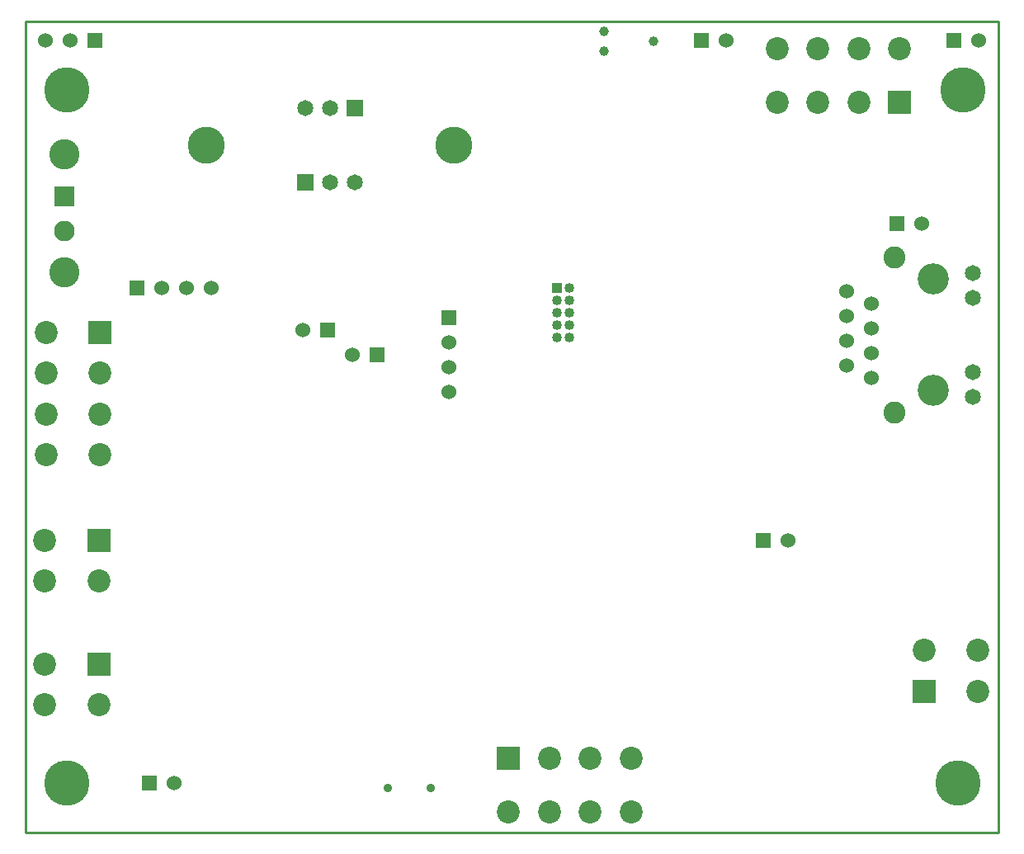
<source format=gbs>
*
*
G04 PADS9.1 Build Number: 384028 generated Gerber (RS-274-X) file*
G04 PC Version=2.1*
*
%IN "ASPS_DAQv5p2.pcb"*%
*
%MOIN*%
*
%FSLAX35Y35*%
*
*
*
*
G04 PC Standard Apertures*
*
*
G04 Thermal Relief Aperture macro.*
%AMTER*
1,1,$1,0,0*
1,0,$1-$2,0,0*
21,0,$3,$4,0,0,45*
21,0,$3,$4,0,0,135*
%
*
*
G04 Annular Aperture macro.*
%AMANN*
1,1,$1,0,0*
1,0,$2,0,0*
%
*
*
G04 Odd Aperture macro.*
%AMODD*
1,1,$1,0,0*
1,0,$1-0.005,0,0*
%
*
*
G04 PC Custom Aperture Macros*
*
*
*
*
*
*
G04 PC Aperture Table*
*
%ADD010C,0.001*%
%ADD011R,0.093X0.093*%
%ADD012C,0.093*%
%ADD020R,0.065X0.065*%
%ADD021C,0.065*%
%ADD023C,0.15*%
%ADD033C,0.183*%
%ADD044R,0.083X0.083*%
%ADD045C,0.083*%
%ADD048R,0.06X0.06*%
%ADD049C,0.06*%
%ADD053C,0.01*%
%ADD110C,0.08917*%
%ADD111C,0.12598*%
%ADD112C,0.06512*%
%ADD122C,0.12205*%
%ADD123R,0.04X0.04*%
%ADD124C,0.04*%
%ADD130C,0.03543*%
%ADD168C,0.039*%
*
*
*
*
G04 PC Circuitry*
G04 Layer Name ASPS_DAQv5p2.pcb - circuitry*
%LPD*%
*
*
G04 PC Custom Flashes*
G04 Layer Name ASPS_DAQv5p2.pcb - flashes*
%LPD*%
*
*
G04 PC Circuitry*
G04 Layer Name ASPS_DAQv5p2.pcb - circuitry*
%LPD*%
*
G54D10*
G54D11*
G01X129500Y168000D03*
Y218000D03*
X463000Y157000D03*
X130000Y302000D03*
X453000Y395000D03*
X295000Y130000D03*
G54D12*
X129500Y151500D03*
X107800Y168000D03*
Y151500D03*
X129500Y201500D03*
X107800Y218000D03*
Y201500D03*
X463000Y173500D03*
X484700Y157000D03*
Y173500D03*
X130000Y285500D03*
Y269000D03*
Y252500D03*
X108300Y302000D03*
Y285500D03*
Y269000D03*
Y252500D03*
X436500Y395000D03*
X420000D03*
X403500D03*
X453000Y416700D03*
X436500D03*
X420000D03*
X403500D03*
X311500Y130000D03*
X328000D03*
X344500D03*
X295000Y108300D03*
X311500D03*
X328000D03*
X344500D03*
G54D20*
X233000Y392500D03*
X213000Y362500D03*
G54D21*
X223000Y392500D03*
X213000D03*
X223000Y362500D03*
X233000D03*
G54D23*
X273000Y377500D03*
X173000D03*
G54D33*
X116500Y400000D03*
Y120000D03*
X476500D03*
X478500Y400000D03*
G54D44*
X115500Y356890D03*
G54D45*
Y343110D03*
G54D48*
X242000Y293000D03*
X373000Y420000D03*
X475000D03*
X452000Y346000D03*
X150000Y120000D03*
X398000Y218000D03*
X271000Y308000D03*
X128000Y420000D03*
X145000Y320000D03*
X222000Y303000D03*
G54D49*
X441500Y283480D03*
X431500Y288480D03*
X441500Y293480D03*
X431500Y298480D03*
X441500Y303480D03*
X431500Y308480D03*
X441500Y313480D03*
X431500Y318480D03*
X232000Y293000D03*
X383000Y420000D03*
X485000D03*
X462000Y346000D03*
X160000Y120000D03*
X408000Y218000D03*
X271000Y298000D03*
Y288000D03*
Y278000D03*
X118000Y420000D03*
X108000D03*
X155000Y320000D03*
X165000D03*
X175000D03*
X212000Y303000D03*
G54D53*
X100000Y100000D02*
X493000D01*
Y427500*
X100000*
Y100000*
G54D110*
X451146Y269701D03*
Y332299D03*
G54D111*
X466500Y278500D03*
Y323500D03*
G54D112*
X482681Y276098D03*
Y286098D03*
Y315902D03*
Y325902D03*
G54D122*
X115500Y373819D03*
Y326181D03*
G54D123*
X314500Y320000D03*
G54D124*
X319500D03*
X314500Y315000D03*
X319500D03*
X314500Y310000D03*
X319500D03*
X314500Y305000D03*
X319500D03*
X314500Y300000D03*
X319500D03*
G54D130*
X246339Y118000D03*
X263661D03*
G54D168*
X353600Y419600D03*
X333600Y415600D03*
Y423600D03*
X0Y0D02*
M02*

</source>
